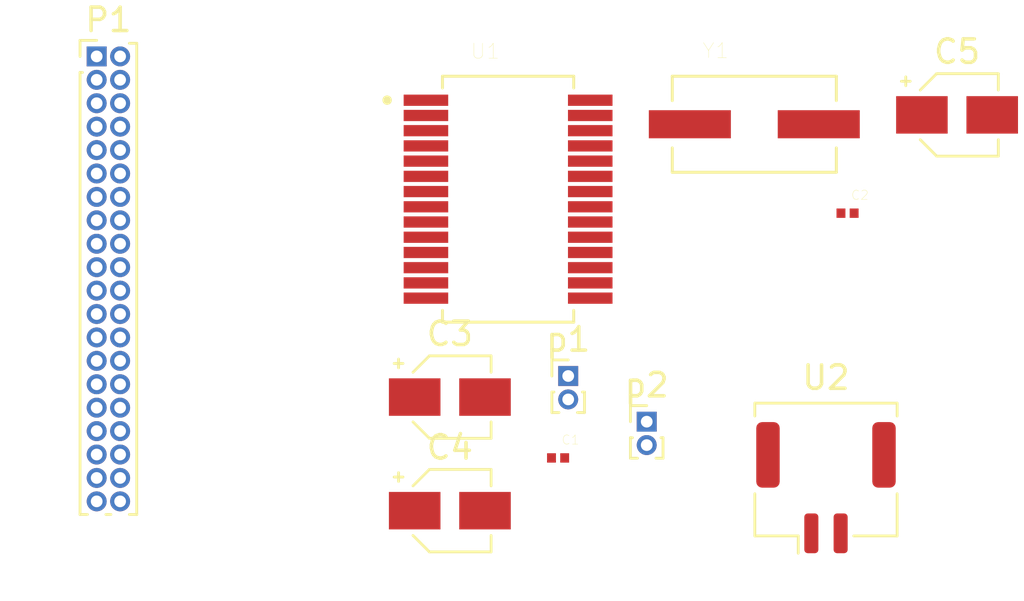
<source format=kicad_pcb>
(kicad_pcb (version 20171130) (host pcbnew "(5.1.4)-1")

  (general
    (thickness 1.6)
    (drawings 0)
    (tracks 0)
    (zones 0)
    (modules 11)
    (nets 25)
  )

  (page A4)
  (layers
    (0 F.Cu signal)
    (31 B.Cu signal)
    (32 B.Adhes user)
    (33 F.Adhes user)
    (34 B.Paste user)
    (35 F.Paste user)
    (36 B.SilkS user)
    (37 F.SilkS user)
    (38 B.Mask user)
    (39 F.Mask user)
    (40 Dwgs.User user)
    (41 Cmts.User user)
    (42 Eco1.User user)
    (43 Eco2.User user)
    (44 Edge.Cuts user)
    (45 Margin user)
    (46 B.CrtYd user)
    (47 F.CrtYd user)
    (48 B.Fab user)
    (49 F.Fab user)
  )

  (setup
    (last_trace_width 0.25)
    (trace_clearance 0.2)
    (zone_clearance 0.508)
    (zone_45_only no)
    (trace_min 0.2)
    (via_size 0.8)
    (via_drill 0.4)
    (via_min_size 0.4)
    (via_min_drill 0.3)
    (uvia_size 0.3)
    (uvia_drill 0.1)
    (uvias_allowed no)
    (uvia_min_size 0.2)
    (uvia_min_drill 0.1)
    (edge_width 0.05)
    (segment_width 0.2)
    (pcb_text_width 0.3)
    (pcb_text_size 1.5 1.5)
    (mod_edge_width 0.12)
    (mod_text_size 1 1)
    (mod_text_width 0.15)
    (pad_size 1.524 1.524)
    (pad_drill 0.762)
    (pad_to_mask_clearance 0.051)
    (solder_mask_min_width 0.25)
    (aux_axis_origin 0 0)
    (visible_elements FFFFFF7F)
    (pcbplotparams
      (layerselection 0x010fc_ffffffff)
      (usegerberextensions false)
      (usegerberattributes false)
      (usegerberadvancedattributes false)
      (creategerberjobfile false)
      (excludeedgelayer true)
      (linewidth 0.100000)
      (plotframeref false)
      (viasonmask false)
      (mode 1)
      (useauxorigin false)
      (hpglpennumber 1)
      (hpglpenspeed 20)
      (hpglpendiameter 15.000000)
      (psnegative false)
      (psa4output false)
      (plotreference true)
      (plotvalue true)
      (plotinvisibletext false)
      (padsonsilk false)
      (subtractmaskfromsilk false)
      (outputformat 1)
      (mirror false)
      (drillshape 1)
      (scaleselection 1)
      (outputdirectory ""))
  )

  (net 0 "")
  (net 1 GNDREF)
  (net 2 "Net-(C1-Pad1)")
  (net 3 "Net-(C2-Pad1)")
  (net 4 +3V3)
  (net 5 +5V)
  (net 6 "Net-(U1-Pad21)")
  (net 7 "Net-(U1-Pad25)")
  (net 8 "Net-(U1-Pad20)")
  (net 9 "Net-(U1-Pad23)")
  (net 10 "Net-(U1-Pad22)")
  (net 11 "Net-(U1-Pad18)")
  (net 12 /CS)
  (net 13 /SO)
  (net 14 /SI)
  (net 15 /SCK)
  (net 16 /INT)
  (net 17 "Net-(U1-Pad12)")
  (net 18 "Net-(U1-Pad11)")
  (net 19 "Net-(U1-Pad7)")
  (net 20 "Net-(U1-Pad6)")
  (net 21 /STBY)
  (net 22 /CANH)
  (net 23 /CANL)
  (net 24 "Net-(U1-Pad2)")

  (net_class Default "This is the default net class."
    (clearance 0.2)
    (trace_width 0.25)
    (via_dia 0.8)
    (via_drill 0.4)
    (uvia_dia 0.3)
    (uvia_drill 0.1)
    (add_net +3V3)
    (add_net +5V)
    (add_net /CANH)
    (add_net /CANL)
    (add_net /CS)
    (add_net /INT)
    (add_net /SCK)
    (add_net /SI)
    (add_net /SO)
    (add_net /STBY)
    (add_net GNDREF)
    (add_net "Net-(C1-Pad1)")
    (add_net "Net-(C2-Pad1)")
    (add_net "Net-(U1-Pad11)")
    (add_net "Net-(U1-Pad12)")
    (add_net "Net-(U1-Pad18)")
    (add_net "Net-(U1-Pad2)")
    (add_net "Net-(U1-Pad20)")
    (add_net "Net-(U1-Pad21)")
    (add_net "Net-(U1-Pad22)")
    (add_net "Net-(U1-Pad23)")
    (add_net "Net-(U1-Pad25)")
    (add_net "Net-(U1-Pad6)")
    (add_net "Net-(U1-Pad7)")
  )

  (module library:XTAL_ECS-160-20-3X-TR (layer F.Cu) (tedit 5E2CA0A4) (tstamp 5E2D4C3E)
    (at 154.422 82.272)
    (path /5E2D2935)
    (fp_text reference Y1 (at -1.647675 -3.140397) (layer F.SilkS)
      (effects (font (size 0.641428 0.641428) (thickness 0.015)))
    )
    (fp_text value 16mHz (at 5.022371 3.10144) (layer F.Fab)
      (effects (font (size 0.640379 0.640379) (thickness 0.015)))
    )
    (fp_line (start -3.75 2.3) (end 3.75 2.3) (layer F.CrtYd) (width 0.05))
    (fp_line (start -3.75 0.85) (end -3.75 2.3) (layer F.CrtYd) (width 0.05))
    (fp_line (start -4.75 0.85) (end -3.75 0.85) (layer F.CrtYd) (width 0.05))
    (fp_line (start -4.75 -0.85) (end -4.75 0.85) (layer F.CrtYd) (width 0.05))
    (fp_line (start -3.75 -0.85) (end -4.75 -0.85) (layer F.CrtYd) (width 0.05))
    (fp_line (start -3.75 -2.3) (end -3.75 -0.85) (layer F.CrtYd) (width 0.05))
    (fp_line (start 3.75 -2.3) (end -3.75 -2.3) (layer F.CrtYd) (width 0.05))
    (fp_line (start 3.75 -0.85) (end 3.75 -2.3) (layer F.CrtYd) (width 0.05))
    (fp_line (start 4.75 -0.85) (end 3.75 -0.85) (layer F.CrtYd) (width 0.05))
    (fp_line (start 4.75 0.85) (end 4.75 -0.85) (layer F.CrtYd) (width 0.05))
    (fp_line (start 3.75 0.85) (end 4.75 0.85) (layer F.CrtYd) (width 0.05))
    (fp_line (start 3.75 2.3) (end 3.75 0.85) (layer F.CrtYd) (width 0.05))
    (fp_line (start -3.5 2.05) (end -3.5 1.01) (layer F.SilkS) (width 0.127))
    (fp_line (start 3.5 2.05) (end -3.5 2.05) (layer F.SilkS) (width 0.127))
    (fp_line (start 3.5 1.01) (end 3.5 2.05) (layer F.SilkS) (width 0.127))
    (fp_line (start 3.5 -2.05) (end 3.5 -1.01) (layer F.SilkS) (width 0.127))
    (fp_line (start -3.5 -2.05) (end 3.5 -2.05) (layer F.SilkS) (width 0.127))
    (fp_line (start -3.5 -1.01) (end -3.5 -2.05) (layer F.SilkS) (width 0.127))
    (fp_line (start 3.5 -2.05) (end -3.5 -2.05) (layer F.Fab) (width 0.127))
    (fp_line (start 3.5 2.05) (end 3.5 -2.05) (layer F.Fab) (width 0.127))
    (fp_line (start -3.5 2.05) (end 3.5 2.05) (layer F.Fab) (width 0.127))
    (fp_line (start -3.5 -2.05) (end -3.5 2.05) (layer F.Fab) (width 0.127))
    (pad 2 smd rect (at 2.75 0) (size 3.5 1.2) (layers F.Cu F.Paste F.Mask)
      (net 3 "Net-(C2-Pad1)"))
    (pad 1 smd rect (at -2.75 0) (size 3.5 1.2) (layers F.Cu F.Paste F.Mask)
      (net 2 "Net-(C1-Pad1)"))
  )

  (module molex:Molex_CLIK-Mate_502382-0270_1x02-1MP_P1.25mm_Vertical (layer F.Cu) (tedit 5B78AD89) (tstamp 5E2D4C22)
    (at 157.48 97.79)
    (descr "Molex CLIK-Mate series connector, 502382-0270 (http://www.molex.com/pdm_docs/sd/5023820270_sd.pdf), generated with kicad-footprint-generator")
    (tags "connector Molex CLIK-Mate side entry")
    (path /5E3116FE)
    (attr smd)
    (fp_text reference U2 (at 0 -4.7) (layer F.SilkS)
      (effects (font (size 1 1) (thickness 0.15)))
    )
    (fp_text value BatteryConnector (at 0 4) (layer F.Fab)
      (effects (font (size 1 1) (thickness 0.15)))
    )
    (fp_text user %R (at 0 -0.77) (layer F.Fab)
      (effects (font (size 1 1) (thickness 0.15)))
    )
    (fp_line (start -0.625 1.242893) (end -0.125 1.95) (layer F.Fab) (width 0.1))
    (fp_line (start -1.125 1.95) (end -0.625 1.242893) (layer F.Fab) (width 0.1))
    (fp_line (start 3.48 -4) (end -3.48 -4) (layer F.CrtYd) (width 0.05))
    (fp_line (start 3.48 3.3) (end 3.48 -4) (layer F.CrtYd) (width 0.05))
    (fp_line (start -3.48 3.3) (end 3.48 3.3) (layer F.CrtYd) (width 0.05))
    (fp_line (start -3.48 -4) (end -3.48 3.3) (layer F.CrtYd) (width 0.05))
    (fp_line (start 2.925 1.95) (end 2.925 -3.5) (layer F.Fab) (width 0.1))
    (fp_line (start -2.925 1.95) (end -2.925 -3.5) (layer F.Fab) (width 0.1))
    (fp_line (start -2.925 -3.5) (end 2.925 -3.5) (layer F.Fab) (width 0.1))
    (fp_line (start 3.035 -3.61) (end 3.035 -3.06) (layer F.SilkS) (width 0.12))
    (fp_line (start -3.035 -3.61) (end 3.035 -3.61) (layer F.SilkS) (width 0.12))
    (fp_line (start -3.035 -3.06) (end -3.035 -3.61) (layer F.SilkS) (width 0.12))
    (fp_line (start 3.035 2.06) (end 1.185 2.06) (layer F.SilkS) (width 0.12))
    (fp_line (start 3.035 0.26) (end 3.035 2.06) (layer F.SilkS) (width 0.12))
    (fp_line (start -1.185 2.06) (end -1.185 2.8) (layer F.SilkS) (width 0.12))
    (fp_line (start -3.035 2.06) (end -1.185 2.06) (layer F.SilkS) (width 0.12))
    (fp_line (start -3.035 0.26) (end -3.035 2.06) (layer F.SilkS) (width 0.12))
    (fp_line (start -2.925 1.95) (end 2.925 1.95) (layer F.Fab) (width 0.1))
    (pad MP smd roundrect (at 2.475 -1.4) (size 1 2.8) (layers F.Cu F.Paste F.Mask) (roundrect_rratio 0.25))
    (pad MP smd roundrect (at -2.475 -1.4) (size 1 2.8) (layers F.Cu F.Paste F.Mask) (roundrect_rratio 0.25))
    (pad 2 smd roundrect (at 0.625 1.95) (size 0.6 1.7) (layers F.Cu F.Paste F.Mask) (roundrect_rratio 0.25))
    (pad 1 smd roundrect (at -0.625 1.95) (size 0.6 1.7) (layers F.Cu F.Paste F.Mask) (roundrect_rratio 0.25))
    (model ${KISYS3DMOD}/Connector_Molex.3dshapes/Molex_CLIK-Mate_502382-0270_1x02-1MP_P1.25mm_Vertical.wrl
      (at (xyz 0 0 0))
      (scale (xyz 1 1 1))
      (rotate (xyz 0 0 0))
    )
  )

  (module library:SOP65P780X200-28N (layer F.Cu) (tedit 5E2CA621) (tstamp 5E2D4C07)
    (at 143.917 85.472)
    (path /5E1A482C)
    (fp_text reference U1 (at -0.969778 -6.317955) (layer F.SilkS)
      (effects (font (size 0.641172 0.641172) (thickness 0.015)))
    )
    (fp_text value MCP25625 (at 3.814126 6.102112) (layer F.Fab)
      (effects (font (size 0.640894 0.640894) (thickness 0.015)))
    )
    (fp_circle (center -5.16 -4.23) (end -5.06 -4.23) (layer F.Fab) (width 0.2))
    (fp_circle (center -5.16 -4.23) (end -5.06 -4.23) (layer F.SilkS) (width 0.2))
    (fp_line (start -3.05 -4.72) (end -3.05 -5.5) (layer F.CrtYd) (width 0.05))
    (fp_line (start -4.71 -4.72) (end -3.05 -4.72) (layer F.CrtYd) (width 0.05))
    (fp_line (start -4.71 4.72) (end -4.71 -4.72) (layer F.CrtYd) (width 0.05))
    (fp_line (start -3.05 4.72) (end -4.71 4.72) (layer F.CrtYd) (width 0.05))
    (fp_line (start -3.05 5.5) (end -3.05 4.72) (layer F.CrtYd) (width 0.05))
    (fp_line (start 3.05 5.5) (end -3.05 5.5) (layer F.CrtYd) (width 0.05))
    (fp_line (start 3.05 4.72) (end 3.05 5.5) (layer F.CrtYd) (width 0.05))
    (fp_line (start 4.71 4.72) (end 3.05 4.72) (layer F.CrtYd) (width 0.05))
    (fp_line (start 4.71 -4.72) (end 4.71 4.72) (layer F.CrtYd) (width 0.05))
    (fp_line (start 3.05 -4.72) (end 4.71 -4.72) (layer F.CrtYd) (width 0.05))
    (fp_line (start 3.05 -5.5) (end 3.05 -4.72) (layer F.CrtYd) (width 0.05))
    (fp_line (start -3.05 -5.5) (end 3.05 -5.5) (layer F.CrtYd) (width 0.05))
    (fp_line (start 2.8 5.25) (end 2.8 4.75) (layer F.SilkS) (width 0.127))
    (fp_line (start -2.8 5.25) (end 2.8 5.25) (layer F.SilkS) (width 0.127))
    (fp_line (start -2.8 4.75) (end -2.8 5.25) (layer F.SilkS) (width 0.127))
    (fp_line (start 2.8 -5.25) (end 2.8 -4.75) (layer F.SilkS) (width 0.127))
    (fp_line (start -2.8 -5.25) (end 2.8 -5.25) (layer F.SilkS) (width 0.127))
    (fp_line (start -2.8 -4.75) (end -2.8 -5.25) (layer F.SilkS) (width 0.127))
    (fp_line (start 2.8 5.25) (end -2.8 5.25) (layer F.Fab) (width 0.127))
    (fp_line (start 2.8 -5.25) (end 2.8 5.25) (layer F.Fab) (width 0.127))
    (fp_line (start -2.8 -5.25) (end 2.8 -5.25) (layer F.Fab) (width 0.127))
    (fp_line (start -2.8 5.25) (end -2.8 -5.25) (layer F.Fab) (width 0.127))
    (pad 28 smd rect (at 3.505 -4.225) (size 1.9 0.48) (layers F.Cu F.Paste F.Mask)
      (net 6 "Net-(U1-Pad21)"))
    (pad 27 smd rect (at 3.505 -3.575) (size 1.9 0.48) (layers F.Cu F.Paste F.Mask)
      (net 5 +5V))
    (pad 26 smd rect (at 3.505 -2.925) (size 1.9 0.48) (layers F.Cu F.Paste F.Mask)
      (net 1 GNDREF))
    (pad 25 smd rect (at 3.505 -2.275) (size 1.9 0.48) (layers F.Cu F.Paste F.Mask)
      (net 7 "Net-(U1-Pad25)"))
    (pad 24 smd rect (at 3.505 -1.625) (size 1.9 0.48) (layers F.Cu F.Paste F.Mask)
      (net 8 "Net-(U1-Pad20)"))
    (pad 23 smd rect (at 3.505 -0.975) (size 1.9 0.48) (layers F.Cu F.Paste F.Mask)
      (net 9 "Net-(U1-Pad23)"))
    (pad 22 smd rect (at 3.505 -0.325) (size 1.9 0.48) (layers F.Cu F.Paste F.Mask)
      (net 10 "Net-(U1-Pad22)"))
    (pad 21 smd rect (at 3.505 0.325) (size 1.9 0.48) (layers F.Cu F.Paste F.Mask)
      (net 6 "Net-(U1-Pad21)"))
    (pad 20 smd rect (at 3.505 0.975) (size 1.9 0.48) (layers F.Cu F.Paste F.Mask)
      (net 8 "Net-(U1-Pad20)"))
    (pad 19 smd rect (at 3.505 1.625) (size 1.9 0.48) (layers F.Cu F.Paste F.Mask)
      (net 4 +3V3))
    (pad 18 smd rect (at 3.505 2.275) (size 1.9 0.48) (layers F.Cu F.Paste F.Mask)
      (net 11 "Net-(U1-Pad18)"))
    (pad 17 smd rect (at 3.505 2.925) (size 1.9 0.48) (layers F.Cu F.Paste F.Mask)
      (net 12 /CS))
    (pad 16 smd rect (at 3.505 3.575) (size 1.9 0.48) (layers F.Cu F.Paste F.Mask)
      (net 13 /SO))
    (pad 15 smd rect (at 3.505 4.225) (size 1.9 0.48) (layers F.Cu F.Paste F.Mask)
      (net 14 /SI))
    (pad 14 smd rect (at -3.505 4.225) (size 1.9 0.48) (layers F.Cu F.Paste F.Mask)
      (net 15 /SCK))
    (pad 13 smd rect (at -3.505 3.575) (size 1.9 0.48) (layers F.Cu F.Paste F.Mask)
      (net 16 /INT))
    (pad 12 smd rect (at -3.505 2.925) (size 1.9 0.48) (layers F.Cu F.Paste F.Mask)
      (net 17 "Net-(U1-Pad12)"))
    (pad 11 smd rect (at -3.505 2.275) (size 1.9 0.48) (layers F.Cu F.Paste F.Mask)
      (net 18 "Net-(U1-Pad11)"))
    (pad 10 smd rect (at -3.505 1.625) (size 1.9 0.48) (layers F.Cu F.Paste F.Mask)
      (net 1 GNDREF))
    (pad 9 smd rect (at -3.505 0.975) (size 1.9 0.48) (layers F.Cu F.Paste F.Mask)
      (net 3 "Net-(C2-Pad1)"))
    (pad 8 smd rect (at -3.505 0.325) (size 1.9 0.48) (layers F.Cu F.Paste F.Mask)
      (net 2 "Net-(C1-Pad1)"))
    (pad 7 smd rect (at -3.505 -0.325) (size 1.9 0.48) (layers F.Cu F.Paste F.Mask)
      (net 19 "Net-(U1-Pad7)"))
    (pad 6 smd rect (at -3.505 -0.975) (size 1.9 0.48) (layers F.Cu F.Paste F.Mask)
      (net 20 "Net-(U1-Pad6)"))
    (pad 5 smd rect (at -3.505 -1.625) (size 1.9 0.48) (layers F.Cu F.Paste F.Mask)
      (net 21 /STBY))
    (pad 4 smd rect (at -3.505 -2.275) (size 1.9 0.48) (layers F.Cu F.Paste F.Mask)
      (net 22 /CANH))
    (pad 3 smd rect (at -3.505 -2.925) (size 1.9 0.48) (layers F.Cu F.Paste F.Mask)
      (net 23 /CANL))
    (pad 2 smd rect (at -3.505 -3.575) (size 1.9 0.48) (layers F.Cu F.Paste F.Mask)
      (net 24 "Net-(U1-Pad2)"))
    (pad 1 smd rect (at -3.505 -4.225) (size 1.9 0.48) (layers F.Cu F.Paste F.Mask)
      (net 4 +3V3))
  )

  (module Connector_PinHeader_1.00mm:PinHeader_1x02_P1.00mm_Vertical (layer F.Cu) (tedit 59FED738) (tstamp 5E2D4BCF)
    (at 149.832 94.972)
    (descr "Through hole straight pin header, 1x02, 1.00mm pitch, single row")
    (tags "Through hole pin header THT 1x02 1.00mm single row")
    (path /5E2FDADB)
    (fp_text reference p2 (at 0 -1.56) (layer F.SilkS)
      (effects (font (size 1 1) (thickness 0.15)))
    )
    (fp_text value Header2 (at 0 2.56) (layer F.Fab)
      (effects (font (size 1 1) (thickness 0.15)))
    )
    (fp_text user %R (at 0 0.5 90) (layer F.Fab)
      (effects (font (size 0.76 0.76) (thickness 0.114)))
    )
    (fp_line (start 1.15 -1) (end -1.15 -1) (layer F.CrtYd) (width 0.05))
    (fp_line (start 1.15 2) (end 1.15 -1) (layer F.CrtYd) (width 0.05))
    (fp_line (start -1.15 2) (end 1.15 2) (layer F.CrtYd) (width 0.05))
    (fp_line (start -1.15 -1) (end -1.15 2) (layer F.CrtYd) (width 0.05))
    (fp_line (start -0.695 -0.685) (end 0 -0.685) (layer F.SilkS) (width 0.12))
    (fp_line (start -0.695 0) (end -0.695 -0.685) (layer F.SilkS) (width 0.12))
    (fp_line (start 0.608276 0.685) (end 0.695 0.685) (layer F.SilkS) (width 0.12))
    (fp_line (start -0.695 0.685) (end -0.608276 0.685) (layer F.SilkS) (width 0.12))
    (fp_line (start 0.695 0.685) (end 0.695 1.56) (layer F.SilkS) (width 0.12))
    (fp_line (start -0.695 0.685) (end -0.695 1.56) (layer F.SilkS) (width 0.12))
    (fp_line (start 0.394493 1.56) (end 0.695 1.56) (layer F.SilkS) (width 0.12))
    (fp_line (start -0.695 1.56) (end -0.394493 1.56) (layer F.SilkS) (width 0.12))
    (fp_line (start -0.635 -0.1825) (end -0.3175 -0.5) (layer F.Fab) (width 0.1))
    (fp_line (start -0.635 1.5) (end -0.635 -0.1825) (layer F.Fab) (width 0.1))
    (fp_line (start 0.635 1.5) (end -0.635 1.5) (layer F.Fab) (width 0.1))
    (fp_line (start 0.635 -0.5) (end 0.635 1.5) (layer F.Fab) (width 0.1))
    (fp_line (start -0.3175 -0.5) (end 0.635 -0.5) (layer F.Fab) (width 0.1))
    (pad 2 thru_hole oval (at 0 1) (size 0.85 0.85) (drill 0.5) (layers *.Cu *.Mask))
    (pad 1 thru_hole rect (at 0 0) (size 0.85 0.85) (drill 0.5) (layers *.Cu *.Mask))
    (model ${KISYS3DMOD}/Connector_PinHeader_1.00mm.3dshapes/PinHeader_1x02_P1.00mm_Vertical.wrl
      (at (xyz 0 0 0))
      (scale (xyz 1 1 1))
      (rotate (xyz 0 0 0))
    )
  )

  (module Connector_PinHeader_1.00mm:PinHeader_1x02_P1.00mm_Vertical (layer F.Cu) (tedit 59FED738) (tstamp 5E2D4BB7)
    (at 146.482 93.022)
    (descr "Through hole straight pin header, 1x02, 1.00mm pitch, single row")
    (tags "Through hole pin header THT 1x02 1.00mm single row")
    (path /5E2F985A)
    (fp_text reference p1 (at 0 -1.56) (layer F.SilkS)
      (effects (font (size 1 1) (thickness 0.15)))
    )
    (fp_text value Header2 (at 0 2.56) (layer F.Fab)
      (effects (font (size 1 1) (thickness 0.15)))
    )
    (fp_text user %R (at 0 0.5 90) (layer F.Fab)
      (effects (font (size 0.76 0.76) (thickness 0.114)))
    )
    (fp_line (start 1.15 -1) (end -1.15 -1) (layer F.CrtYd) (width 0.05))
    (fp_line (start 1.15 2) (end 1.15 -1) (layer F.CrtYd) (width 0.05))
    (fp_line (start -1.15 2) (end 1.15 2) (layer F.CrtYd) (width 0.05))
    (fp_line (start -1.15 -1) (end -1.15 2) (layer F.CrtYd) (width 0.05))
    (fp_line (start -0.695 -0.685) (end 0 -0.685) (layer F.SilkS) (width 0.12))
    (fp_line (start -0.695 0) (end -0.695 -0.685) (layer F.SilkS) (width 0.12))
    (fp_line (start 0.608276 0.685) (end 0.695 0.685) (layer F.SilkS) (width 0.12))
    (fp_line (start -0.695 0.685) (end -0.608276 0.685) (layer F.SilkS) (width 0.12))
    (fp_line (start 0.695 0.685) (end 0.695 1.56) (layer F.SilkS) (width 0.12))
    (fp_line (start -0.695 0.685) (end -0.695 1.56) (layer F.SilkS) (width 0.12))
    (fp_line (start 0.394493 1.56) (end 0.695 1.56) (layer F.SilkS) (width 0.12))
    (fp_line (start -0.695 1.56) (end -0.394493 1.56) (layer F.SilkS) (width 0.12))
    (fp_line (start -0.635 -0.1825) (end -0.3175 -0.5) (layer F.Fab) (width 0.1))
    (fp_line (start -0.635 1.5) (end -0.635 -0.1825) (layer F.Fab) (width 0.1))
    (fp_line (start 0.635 1.5) (end -0.635 1.5) (layer F.Fab) (width 0.1))
    (fp_line (start 0.635 -0.5) (end 0.635 1.5) (layer F.Fab) (width 0.1))
    (fp_line (start -0.3175 -0.5) (end 0.635 -0.5) (layer F.Fab) (width 0.1))
    (pad 2 thru_hole oval (at 0 1) (size 0.85 0.85) (drill 0.5) (layers *.Cu *.Mask))
    (pad 1 thru_hole rect (at 0 0) (size 0.85 0.85) (drill 0.5) (layers *.Cu *.Mask))
    (model ${KISYS3DMOD}/Connector_PinHeader_1.00mm.3dshapes/PinHeader_1x02_P1.00mm_Vertical.wrl
      (at (xyz 0 0 0))
      (scale (xyz 1 1 1))
      (rotate (xyz 0 0 0))
    )
  )

  (module Connector_PinHeader_1.00mm:PinHeader_2x20_P1.00mm_Vertical (layer F.Cu) (tedit 59FED738) (tstamp 5E2D4B9F)
    (at 126.365 79.375)
    (descr "Through hole straight pin header, 2x20, 1.00mm pitch, double rows")
    (tags "Through hole pin header THT 2x20 1.00mm double row")
    (path /5E1AB834)
    (fp_text reference P1 (at 0.5 -1.56) (layer F.SilkS)
      (effects (font (size 1 1) (thickness 0.15)))
    )
    (fp_text value Header20X2 (at 0.5 20.56) (layer F.Fab)
      (effects (font (size 1 1) (thickness 0.15)))
    )
    (fp_text user %R (at 0.5 9.5 90) (layer F.Fab)
      (effects (font (size 1 1) (thickness 0.15)))
    )
    (fp_line (start 2.15 -1) (end -1.15 -1) (layer F.CrtYd) (width 0.05))
    (fp_line (start 2.15 20) (end 2.15 -1) (layer F.CrtYd) (width 0.05))
    (fp_line (start -1.15 20) (end 2.15 20) (layer F.CrtYd) (width 0.05))
    (fp_line (start -1.15 -1) (end -1.15 20) (layer F.CrtYd) (width 0.05))
    (fp_line (start -0.71 -0.685) (end 0 -0.685) (layer F.SilkS) (width 0.12))
    (fp_line (start -0.71 0) (end -0.71 -0.685) (layer F.SilkS) (width 0.12))
    (fp_line (start 1.394493 -0.56) (end 1.71 -0.56) (layer F.SilkS) (width 0.12))
    (fp_line (start -0.71 0.685) (end -0.608276 0.685) (layer F.SilkS) (width 0.12))
    (fp_line (start 1.71 -0.56) (end 1.71 19.56) (layer F.SilkS) (width 0.12))
    (fp_line (start -0.71 0.685) (end -0.71 19.56) (layer F.SilkS) (width 0.12))
    (fp_line (start 0.394493 19.56) (end 0.605507 19.56) (layer F.SilkS) (width 0.12))
    (fp_line (start 1.394493 19.56) (end 1.71 19.56) (layer F.SilkS) (width 0.12))
    (fp_line (start -0.71 19.56) (end -0.394493 19.56) (layer F.SilkS) (width 0.12))
    (fp_line (start -0.65 0.075) (end -0.075 -0.5) (layer F.Fab) (width 0.1))
    (fp_line (start -0.65 19.5) (end -0.65 0.075) (layer F.Fab) (width 0.1))
    (fp_line (start 1.65 19.5) (end -0.65 19.5) (layer F.Fab) (width 0.1))
    (fp_line (start 1.65 -0.5) (end 1.65 19.5) (layer F.Fab) (width 0.1))
    (fp_line (start -0.075 -0.5) (end 1.65 -0.5) (layer F.Fab) (width 0.1))
    (pad 40 thru_hole oval (at 1 19) (size 0.85 0.85) (drill 0.5) (layers *.Cu *.Mask))
    (pad 39 thru_hole oval (at 0 19) (size 0.85 0.85) (drill 0.5) (layers *.Cu *.Mask))
    (pad 38 thru_hole oval (at 1 18) (size 0.85 0.85) (drill 0.5) (layers *.Cu *.Mask))
    (pad 37 thru_hole oval (at 0 18) (size 0.85 0.85) (drill 0.5) (layers *.Cu *.Mask))
    (pad 36 thru_hole oval (at 1 17) (size 0.85 0.85) (drill 0.5) (layers *.Cu *.Mask))
    (pad 35 thru_hole oval (at 0 17) (size 0.85 0.85) (drill 0.5) (layers *.Cu *.Mask))
    (pad 34 thru_hole oval (at 1 16) (size 0.85 0.85) (drill 0.5) (layers *.Cu *.Mask))
    (pad 33 thru_hole oval (at 0 16) (size 0.85 0.85) (drill 0.5) (layers *.Cu *.Mask))
    (pad 32 thru_hole oval (at 1 15) (size 0.85 0.85) (drill 0.5) (layers *.Cu *.Mask))
    (pad 31 thru_hole oval (at 0 15) (size 0.85 0.85) (drill 0.5) (layers *.Cu *.Mask))
    (pad 30 thru_hole oval (at 1 14) (size 0.85 0.85) (drill 0.5) (layers *.Cu *.Mask))
    (pad 29 thru_hole oval (at 0 14) (size 0.85 0.85) (drill 0.5) (layers *.Cu *.Mask))
    (pad 28 thru_hole oval (at 1 13) (size 0.85 0.85) (drill 0.5) (layers *.Cu *.Mask))
    (pad 27 thru_hole oval (at 0 13) (size 0.85 0.85) (drill 0.5) (layers *.Cu *.Mask))
    (pad 26 thru_hole oval (at 1 12) (size 0.85 0.85) (drill 0.5) (layers *.Cu *.Mask))
    (pad 25 thru_hole oval (at 0 12) (size 0.85 0.85) (drill 0.5) (layers *.Cu *.Mask))
    (pad 24 thru_hole oval (at 1 11) (size 0.85 0.85) (drill 0.5) (layers *.Cu *.Mask))
    (pad 23 thru_hole oval (at 0 11) (size 0.85 0.85) (drill 0.5) (layers *.Cu *.Mask))
    (pad 22 thru_hole oval (at 1 10) (size 0.85 0.85) (drill 0.5) (layers *.Cu *.Mask))
    (pad 21 thru_hole oval (at 0 10) (size 0.85 0.85) (drill 0.5) (layers *.Cu *.Mask))
    (pad 20 thru_hole oval (at 1 9) (size 0.85 0.85) (drill 0.5) (layers *.Cu *.Mask))
    (pad 19 thru_hole oval (at 0 9) (size 0.85 0.85) (drill 0.5) (layers *.Cu *.Mask))
    (pad 18 thru_hole oval (at 1 8) (size 0.85 0.85) (drill 0.5) (layers *.Cu *.Mask))
    (pad 17 thru_hole oval (at 0 8) (size 0.85 0.85) (drill 0.5) (layers *.Cu *.Mask))
    (pad 16 thru_hole oval (at 1 7) (size 0.85 0.85) (drill 0.5) (layers *.Cu *.Mask))
    (pad 15 thru_hole oval (at 0 7) (size 0.85 0.85) (drill 0.5) (layers *.Cu *.Mask))
    (pad 14 thru_hole oval (at 1 6) (size 0.85 0.85) (drill 0.5) (layers *.Cu *.Mask))
    (pad 13 thru_hole oval (at 0 6) (size 0.85 0.85) (drill 0.5) (layers *.Cu *.Mask))
    (pad 12 thru_hole oval (at 1 5) (size 0.85 0.85) (drill 0.5) (layers *.Cu *.Mask))
    (pad 11 thru_hole oval (at 0 5) (size 0.85 0.85) (drill 0.5) (layers *.Cu *.Mask))
    (pad 10 thru_hole oval (at 1 4) (size 0.85 0.85) (drill 0.5) (layers *.Cu *.Mask))
    (pad 9 thru_hole oval (at 0 4) (size 0.85 0.85) (drill 0.5) (layers *.Cu *.Mask))
    (pad 8 thru_hole oval (at 1 3) (size 0.85 0.85) (drill 0.5) (layers *.Cu *.Mask))
    (pad 7 thru_hole oval (at 0 3) (size 0.85 0.85) (drill 0.5) (layers *.Cu *.Mask))
    (pad 6 thru_hole oval (at 1 2) (size 0.85 0.85) (drill 0.5) (layers *.Cu *.Mask))
    (pad 5 thru_hole oval (at 0 2) (size 0.85 0.85) (drill 0.5) (layers *.Cu *.Mask))
    (pad 4 thru_hole oval (at 1 1) (size 0.85 0.85) (drill 0.5) (layers *.Cu *.Mask))
    (pad 3 thru_hole oval (at 0 1) (size 0.85 0.85) (drill 0.5) (layers *.Cu *.Mask))
    (pad 2 thru_hole oval (at 1 0) (size 0.85 0.85) (drill 0.5) (layers *.Cu *.Mask))
    (pad 1 thru_hole rect (at 0 0) (size 0.85 0.85) (drill 0.5) (layers *.Cu *.Mask))
    (model ${KISYS3DMOD}/Connector_PinHeader_1.00mm.3dshapes/PinHeader_2x20_P1.00mm_Vertical.wrl
      (at (xyz 0 0 0))
      (scale (xyz 1 1 1))
      (rotate (xyz 0 0 0))
    )
  )

  (module Capacitor_SMD:CP_Elec_3x5.3 (layer F.Cu) (tedit 5B303299) (tstamp 5E2D4B60)
    (at 163.072 81.872)
    (descr "SMT capacitor, aluminium electrolytic, 3x5.3, Cornell Dubilier Electronics ")
    (tags "Capacitor Electrolytic")
    (path /5E2DE44B)
    (attr smd)
    (fp_text reference C5 (at 0 -2.7) (layer F.SilkS)
      (effects (font (size 1 1) (thickness 0.15)))
    )
    (fp_text value 0.1μF (at 0 2.7) (layer F.Fab)
      (effects (font (size 1 1) (thickness 0.15)))
    )
    (fp_text user %R (at 0 0) (layer F.Fab)
      (effects (font (size 0.6 0.6) (thickness 0.09)))
    )
    (fp_line (start -2.85 1.05) (end -1.78 1.05) (layer F.CrtYd) (width 0.05))
    (fp_line (start -2.85 -1.05) (end -2.85 1.05) (layer F.CrtYd) (width 0.05))
    (fp_line (start -1.78 -1.05) (end -2.85 -1.05) (layer F.CrtYd) (width 0.05))
    (fp_line (start -1.78 -1.05) (end -0.93 -1.9) (layer F.CrtYd) (width 0.05))
    (fp_line (start -1.78 1.05) (end -0.93 1.9) (layer F.CrtYd) (width 0.05))
    (fp_line (start -0.93 -1.9) (end 1.9 -1.9) (layer F.CrtYd) (width 0.05))
    (fp_line (start -0.93 1.9) (end 1.9 1.9) (layer F.CrtYd) (width 0.05))
    (fp_line (start 1.9 1.05) (end 1.9 1.9) (layer F.CrtYd) (width 0.05))
    (fp_line (start 2.85 1.05) (end 1.9 1.05) (layer F.CrtYd) (width 0.05))
    (fp_line (start 2.85 -1.05) (end 2.85 1.05) (layer F.CrtYd) (width 0.05))
    (fp_line (start 1.9 -1.05) (end 2.85 -1.05) (layer F.CrtYd) (width 0.05))
    (fp_line (start 1.9 -1.9) (end 1.9 -1.05) (layer F.CrtYd) (width 0.05))
    (fp_line (start -2.1875 -1.6225) (end -2.1875 -1.2475) (layer F.SilkS) (width 0.12))
    (fp_line (start -2.375 -1.435) (end -2 -1.435) (layer F.SilkS) (width 0.12))
    (fp_line (start -1.570563 1.06) (end -0.870563 1.76) (layer F.SilkS) (width 0.12))
    (fp_line (start -1.570563 -1.06) (end -0.870563 -1.76) (layer F.SilkS) (width 0.12))
    (fp_line (start -0.870563 1.76) (end 1.76 1.76) (layer F.SilkS) (width 0.12))
    (fp_line (start -0.870563 -1.76) (end 1.76 -1.76) (layer F.SilkS) (width 0.12))
    (fp_line (start 1.76 -1.76) (end 1.76 -1.06) (layer F.SilkS) (width 0.12))
    (fp_line (start 1.76 1.76) (end 1.76 1.06) (layer F.SilkS) (width 0.12))
    (fp_line (start -0.960469 -0.95) (end -0.960469 -0.65) (layer F.Fab) (width 0.1))
    (fp_line (start -1.110469 -0.8) (end -0.810469 -0.8) (layer F.Fab) (width 0.1))
    (fp_line (start -1.65 0.825) (end -0.825 1.65) (layer F.Fab) (width 0.1))
    (fp_line (start -1.65 -0.825) (end -0.825 -1.65) (layer F.Fab) (width 0.1))
    (fp_line (start -1.65 -0.825) (end -1.65 0.825) (layer F.Fab) (width 0.1))
    (fp_line (start -0.825 1.65) (end 1.65 1.65) (layer F.Fab) (width 0.1))
    (fp_line (start -0.825 -1.65) (end 1.65 -1.65) (layer F.Fab) (width 0.1))
    (fp_line (start 1.65 -1.65) (end 1.65 1.65) (layer F.Fab) (width 0.1))
    (fp_circle (center 0 0) (end 1.5 0) (layer F.Fab) (width 0.1))
    (pad 2 smd rect (at 1.5 0) (size 2.2 1.6) (layers F.Cu F.Paste F.Mask)
      (net 1 GNDREF))
    (pad 1 smd rect (at -1.5 0) (size 2.2 1.6) (layers F.Cu F.Paste F.Mask)
      (net 4 +3V3))
    (model ${KISYS3DMOD}/Capacitor_SMD.3dshapes/CP_Elec_3x5.3.wrl
      (at (xyz 0 0 0))
      (scale (xyz 1 1 1))
      (rotate (xyz 0 0 0))
    )
  )

  (module Capacitor_SMD:CP_Elec_3x5.3 (layer F.Cu) (tedit 5B303299) (tstamp 5E2D4B3C)
    (at 141.432 98.772)
    (descr "SMT capacitor, aluminium electrolytic, 3x5.3, Cornell Dubilier Electronics ")
    (tags "Capacitor Electrolytic")
    (path /5E2E0155)
    (attr smd)
    (fp_text reference C4 (at 0 -2.7) (layer F.SilkS)
      (effects (font (size 1 1) (thickness 0.15)))
    )
    (fp_text value 0.1μF (at 0 2.7) (layer F.Fab)
      (effects (font (size 1 1) (thickness 0.15)))
    )
    (fp_text user %R (at 0 0) (layer F.Fab)
      (effects (font (size 0.6 0.6) (thickness 0.09)))
    )
    (fp_line (start -2.85 1.05) (end -1.78 1.05) (layer F.CrtYd) (width 0.05))
    (fp_line (start -2.85 -1.05) (end -2.85 1.05) (layer F.CrtYd) (width 0.05))
    (fp_line (start -1.78 -1.05) (end -2.85 -1.05) (layer F.CrtYd) (width 0.05))
    (fp_line (start -1.78 -1.05) (end -0.93 -1.9) (layer F.CrtYd) (width 0.05))
    (fp_line (start -1.78 1.05) (end -0.93 1.9) (layer F.CrtYd) (width 0.05))
    (fp_line (start -0.93 -1.9) (end 1.9 -1.9) (layer F.CrtYd) (width 0.05))
    (fp_line (start -0.93 1.9) (end 1.9 1.9) (layer F.CrtYd) (width 0.05))
    (fp_line (start 1.9 1.05) (end 1.9 1.9) (layer F.CrtYd) (width 0.05))
    (fp_line (start 2.85 1.05) (end 1.9 1.05) (layer F.CrtYd) (width 0.05))
    (fp_line (start 2.85 -1.05) (end 2.85 1.05) (layer F.CrtYd) (width 0.05))
    (fp_line (start 1.9 -1.05) (end 2.85 -1.05) (layer F.CrtYd) (width 0.05))
    (fp_line (start 1.9 -1.9) (end 1.9 -1.05) (layer F.CrtYd) (width 0.05))
    (fp_line (start -2.1875 -1.6225) (end -2.1875 -1.2475) (layer F.SilkS) (width 0.12))
    (fp_line (start -2.375 -1.435) (end -2 -1.435) (layer F.SilkS) (width 0.12))
    (fp_line (start -1.570563 1.06) (end -0.870563 1.76) (layer F.SilkS) (width 0.12))
    (fp_line (start -1.570563 -1.06) (end -0.870563 -1.76) (layer F.SilkS) (width 0.12))
    (fp_line (start -0.870563 1.76) (end 1.76 1.76) (layer F.SilkS) (width 0.12))
    (fp_line (start -0.870563 -1.76) (end 1.76 -1.76) (layer F.SilkS) (width 0.12))
    (fp_line (start 1.76 -1.76) (end 1.76 -1.06) (layer F.SilkS) (width 0.12))
    (fp_line (start 1.76 1.76) (end 1.76 1.06) (layer F.SilkS) (width 0.12))
    (fp_line (start -0.960469 -0.95) (end -0.960469 -0.65) (layer F.Fab) (width 0.1))
    (fp_line (start -1.110469 -0.8) (end -0.810469 -0.8) (layer F.Fab) (width 0.1))
    (fp_line (start -1.65 0.825) (end -0.825 1.65) (layer F.Fab) (width 0.1))
    (fp_line (start -1.65 -0.825) (end -0.825 -1.65) (layer F.Fab) (width 0.1))
    (fp_line (start -1.65 -0.825) (end -1.65 0.825) (layer F.Fab) (width 0.1))
    (fp_line (start -0.825 1.65) (end 1.65 1.65) (layer F.Fab) (width 0.1))
    (fp_line (start -0.825 -1.65) (end 1.65 -1.65) (layer F.Fab) (width 0.1))
    (fp_line (start 1.65 -1.65) (end 1.65 1.65) (layer F.Fab) (width 0.1))
    (fp_circle (center 0 0) (end 1.5 0) (layer F.Fab) (width 0.1))
    (pad 2 smd rect (at 1.5 0) (size 2.2 1.6) (layers F.Cu F.Paste F.Mask)
      (net 1 GNDREF))
    (pad 1 smd rect (at -1.5 0) (size 2.2 1.6) (layers F.Cu F.Paste F.Mask)
      (net 5 +5V))
    (model ${KISYS3DMOD}/Capacitor_SMD.3dshapes/CP_Elec_3x5.3.wrl
      (at (xyz 0 0 0))
      (scale (xyz 1 1 1))
      (rotate (xyz 0 0 0))
    )
  )

  (module Capacitor_SMD:CP_Elec_3x5.3 (layer F.Cu) (tedit 5B303299) (tstamp 5E2D4B18)
    (at 141.432 93.922)
    (descr "SMT capacitor, aluminium electrolytic, 3x5.3, Cornell Dubilier Electronics ")
    (tags "Capacitor Electrolytic")
    (path /5E2CBBDF)
    (attr smd)
    (fp_text reference C3 (at 0 -2.7) (layer F.SilkS)
      (effects (font (size 1 1) (thickness 0.15)))
    )
    (fp_text value 0.1μF (at 0 2.7) (layer F.Fab)
      (effects (font (size 1 1) (thickness 0.15)))
    )
    (fp_text user %R (at 0 0) (layer F.Fab)
      (effects (font (size 0.6 0.6) (thickness 0.09)))
    )
    (fp_line (start -2.85 1.05) (end -1.78 1.05) (layer F.CrtYd) (width 0.05))
    (fp_line (start -2.85 -1.05) (end -2.85 1.05) (layer F.CrtYd) (width 0.05))
    (fp_line (start -1.78 -1.05) (end -2.85 -1.05) (layer F.CrtYd) (width 0.05))
    (fp_line (start -1.78 -1.05) (end -0.93 -1.9) (layer F.CrtYd) (width 0.05))
    (fp_line (start -1.78 1.05) (end -0.93 1.9) (layer F.CrtYd) (width 0.05))
    (fp_line (start -0.93 -1.9) (end 1.9 -1.9) (layer F.CrtYd) (width 0.05))
    (fp_line (start -0.93 1.9) (end 1.9 1.9) (layer F.CrtYd) (width 0.05))
    (fp_line (start 1.9 1.05) (end 1.9 1.9) (layer F.CrtYd) (width 0.05))
    (fp_line (start 2.85 1.05) (end 1.9 1.05) (layer F.CrtYd) (width 0.05))
    (fp_line (start 2.85 -1.05) (end 2.85 1.05) (layer F.CrtYd) (width 0.05))
    (fp_line (start 1.9 -1.05) (end 2.85 -1.05) (layer F.CrtYd) (width 0.05))
    (fp_line (start 1.9 -1.9) (end 1.9 -1.05) (layer F.CrtYd) (width 0.05))
    (fp_line (start -2.1875 -1.6225) (end -2.1875 -1.2475) (layer F.SilkS) (width 0.12))
    (fp_line (start -2.375 -1.435) (end -2 -1.435) (layer F.SilkS) (width 0.12))
    (fp_line (start -1.570563 1.06) (end -0.870563 1.76) (layer F.SilkS) (width 0.12))
    (fp_line (start -1.570563 -1.06) (end -0.870563 -1.76) (layer F.SilkS) (width 0.12))
    (fp_line (start -0.870563 1.76) (end 1.76 1.76) (layer F.SilkS) (width 0.12))
    (fp_line (start -0.870563 -1.76) (end 1.76 -1.76) (layer F.SilkS) (width 0.12))
    (fp_line (start 1.76 -1.76) (end 1.76 -1.06) (layer F.SilkS) (width 0.12))
    (fp_line (start 1.76 1.76) (end 1.76 1.06) (layer F.SilkS) (width 0.12))
    (fp_line (start -0.960469 -0.95) (end -0.960469 -0.65) (layer F.Fab) (width 0.1))
    (fp_line (start -1.110469 -0.8) (end -0.810469 -0.8) (layer F.Fab) (width 0.1))
    (fp_line (start -1.65 0.825) (end -0.825 1.65) (layer F.Fab) (width 0.1))
    (fp_line (start -1.65 -0.825) (end -0.825 -1.65) (layer F.Fab) (width 0.1))
    (fp_line (start -1.65 -0.825) (end -1.65 0.825) (layer F.Fab) (width 0.1))
    (fp_line (start -0.825 1.65) (end 1.65 1.65) (layer F.Fab) (width 0.1))
    (fp_line (start -0.825 -1.65) (end 1.65 -1.65) (layer F.Fab) (width 0.1))
    (fp_line (start 1.65 -1.65) (end 1.65 1.65) (layer F.Fab) (width 0.1))
    (fp_circle (center 0 0) (end 1.5 0) (layer F.Fab) (width 0.1))
    (pad 2 smd rect (at 1.5 0) (size 2.2 1.6) (layers F.Cu F.Paste F.Mask)
      (net 1 GNDREF))
    (pad 1 smd rect (at -1.5 0) (size 2.2 1.6) (layers F.Cu F.Paste F.Mask)
      (net 4 +3V3))
    (model ${KISYS3DMOD}/Capacitor_SMD.3dshapes/CP_Elec_3x5.3.wrl
      (at (xyz 0 0 0))
      (scale (xyz 1 1 1))
      (rotate (xyz 0 0 0))
    )
  )

  (module library:CAPC0603X33N (layer F.Cu) (tedit 5E2CA86F) (tstamp 5E2D4AF4)
    (at 158.4 86.07)
    (path /5E2D1C74)
    (fp_text reference C2 (at 0.53 -0.77) (layer F.SilkS)
      (effects (font (size 0.393701 0.393701) (thickness 0.015)))
    )
    (fp_text value 22pF (at 2.28 0.77) (layer F.Fab)
      (effects (font (size 0.393701 0.393701) (thickness 0.015)))
    )
    (fp_line (start 0.718 0.448) (end 0.718 -0.448) (layer F.CrtYd) (width 0.05))
    (fp_line (start -0.718 0.448) (end -0.718 -0.448) (layer F.CrtYd) (width 0.05))
    (fp_line (start -0.718 -0.448) (end 0.718 -0.448) (layer F.CrtYd) (width 0.05))
    (fp_line (start -0.718 0.448) (end 0.718 0.448) (layer F.CrtYd) (width 0.05))
    (fp_line (start -0.32 0.17) (end -0.32 -0.17) (layer F.Fab) (width 0.127))
    (fp_line (start 0.32 0.17) (end 0.32 -0.17) (layer F.Fab) (width 0.127))
    (fp_line (start 0.32 -0.17) (end -0.32 -0.17) (layer F.Fab) (width 0.127))
    (fp_line (start 0.32 0.17) (end -0.32 0.17) (layer F.Fab) (width 0.127))
    (pad 2 smd rect (at 0.281 0) (size 0.38 0.4) (layers F.Cu F.Paste F.Mask)
      (net 1 GNDREF))
    (pad 1 smd rect (at -0.281 0) (size 0.38 0.4) (layers F.Cu F.Paste F.Mask)
      (net 3 "Net-(C2-Pad1)"))
  )

  (module library:CAPC0603X33N (layer F.Cu) (tedit 5E2CA86F) (tstamp 5E2D4AE6)
    (at 146.05 96.52)
    (path /5E2D15E1)
    (fp_text reference C1 (at 0.53 -0.77) (layer F.SilkS)
      (effects (font (size 0.393701 0.393701) (thickness 0.015)))
    )
    (fp_text value 22pF (at 2.28 0.77) (layer F.Fab)
      (effects (font (size 0.393701 0.393701) (thickness 0.015)))
    )
    (fp_line (start 0.718 0.448) (end 0.718 -0.448) (layer F.CrtYd) (width 0.05))
    (fp_line (start -0.718 0.448) (end -0.718 -0.448) (layer F.CrtYd) (width 0.05))
    (fp_line (start -0.718 -0.448) (end 0.718 -0.448) (layer F.CrtYd) (width 0.05))
    (fp_line (start -0.718 0.448) (end 0.718 0.448) (layer F.CrtYd) (width 0.05))
    (fp_line (start -0.32 0.17) (end -0.32 -0.17) (layer F.Fab) (width 0.127))
    (fp_line (start 0.32 0.17) (end 0.32 -0.17) (layer F.Fab) (width 0.127))
    (fp_line (start 0.32 -0.17) (end -0.32 -0.17) (layer F.Fab) (width 0.127))
    (fp_line (start 0.32 0.17) (end -0.32 0.17) (layer F.Fab) (width 0.127))
    (pad 2 smd rect (at 0.281 0) (size 0.38 0.4) (layers F.Cu F.Paste F.Mask)
      (net 1 GNDREF))
    (pad 1 smd rect (at -0.281 0) (size 0.38 0.4) (layers F.Cu F.Paste F.Mask)
      (net 2 "Net-(C1-Pad1)"))
  )

)

</source>
